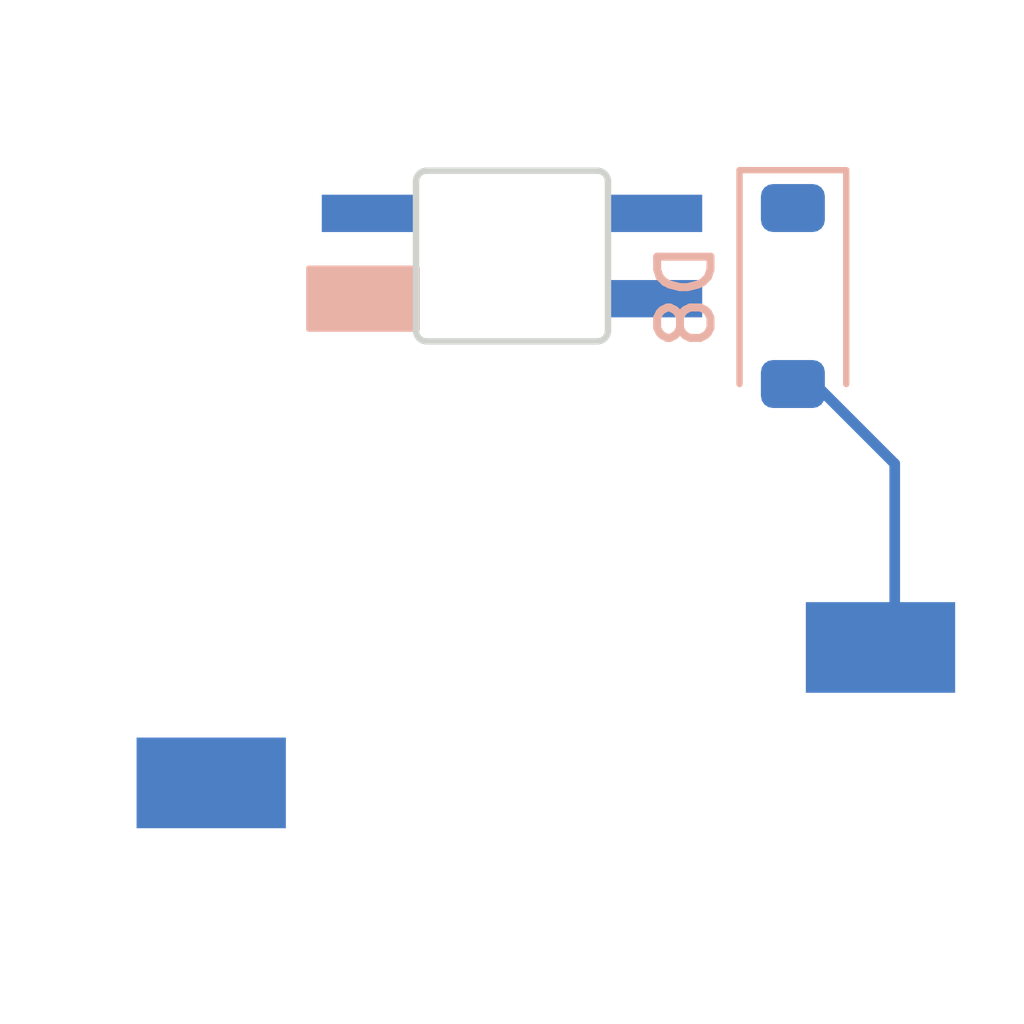
<source format=kicad_pcb>
(kicad_pcb (version 20240108) (generator "pcbnew") (generator_version "8.0")
  (layers (0 "F.Cu" signal) (31 "B.Cu" signal) (34 "B.Paste" user) (35 "F.Paste" user) (36 "B.SilkS" user "B.Silkscreen") (37 "F.SilkS" user "F.Silkscreen") (38 "B.Mask" user) (39 "F.Mask" user) (44 "Edge.Cuts" user))
  (net 0 "")
  (net 1 "/switch_col")
  (net 2 "/switch_row")
  (net 3 "/RGB_R")
  (net 4 "/RGB_B")
  (net 5 "/RGB_G")
  (net 6 "/RGB_V")
  (footprint "vladkvit_keyb:MX_RGB" (layer "F.Cu") (at 39.733 40.6)
    (property "Reference" "D9" (hide yes))
    (property "Value" "LED_ARGB" (hide yes))
    (fp_poly (pts (xy -1.778 -4.572) (xy -3.81 -4.572) (xy -3.81 -3.429) (xy -1.778 -3.429)) (stroke (width 0.1)) (fill solid) (layer "B.SilkS"))
    (fp_line (start -1.8 -3.4) (end -1.8 -6.2) (stroke (width 0.12)) (layer "Edge.Cuts"))
    (fp_line (start 1.6 -6.4) (end -1.6 -6.4) (stroke (width 0.12)) (layer "Edge.Cuts"))
    (fp_line (start 1.6 -3.2) (end -1.6 -3.2) (stroke (width 0.12)) (layer "Edge.Cuts"))
    (fp_line (start 1.8 -3.4) (end 1.8 -6.2) (stroke (width 0.12)) (layer "Edge.Cuts"))
    (fp_arc (start -1.8 -6.2) (mid -1.741421 -6.341421) (end -1.6 -6.4) (stroke (width 0.12)) (layer "Edge.Cuts"))
    (fp_arc (start -1.6 -3.2) (mid -1.741421 -3.258579) (end -1.8 -3.4) (stroke (width 0.12)) (layer "Edge.Cuts"))
    (fp_arc (start 1.6 -6.4) (mid 1.741421 -6.341421) (end 1.8 -6.2) (stroke (width 0.12)) (layer "Edge.Cuts"))
    (fp_arc (start 1.8 -3.4) (mid 1.741421 -3.258579) (end 1.6 -3.2) (stroke (width 0.12)) (layer "Edge.Cuts"))
    (pad "1" smd rect (at -2.667 -4 180) (size 1.8 0.7) (layers "B.Cu" "B.Paste" "B.Mask") (net 6 "/RGB_V"))
    (pad "2" smd rect (at 2.667 -4 180) (size 1.8 0.7) (layers "B.Cu" "B.Paste" "B.Mask") (net 3 "/RGB_R"))
    (pad "3" smd rect (at 2.667 -5.6 180) (size 1.8 0.7) (layers "B.Cu" "B.Paste" "B.Mask") (net 5 "/RGB_G"))
    (pad "4" smd rect (at -2.667 -5.6 180) (size 1.8 0.7) (layers "B.Cu" "B.Paste" "B.Mask") (net 4 "/RGB_B"))
  )
  (footprint "vladkvit_keyb:MX_switch_hotswap" (layer "F.Cu") (at 39.733 40.6)
    (property "Reference" "K4" (hide yes))
    (property "Value" "KEYSW" (hide yes))
    (pad "" np_thru_hole circle (at -5.08 0 180) (size 1.8 1.8) (drill 1.8) (layers "*.Cu" "*.Mask"))
    (pad "" np_thru_hole circle (at -2.54 5.08 180) (size 3 3) (drill 3) (layers "*.Cu" "*.Mask"))
    (pad "" np_thru_hole circle (at 0 0) (size 3.9878 3.9878) (drill 3.9878) (layers "*.Cu" "*.Mask"))
    (pad "" np_thru_hole circle (at 3.81 2.54 180) (size 3 3) (drill 3) (layers "*.Cu" "*.Mask"))
    (pad "" np_thru_hole circle (at 5.08 0 180) (size 1.8 1.8) (drill 1.8) (layers "*.Cu" "*.Mask"))
    (pad "1" smd rect (at -5.64 5.08 180) (size 2.8 1.7) (layers "B.Cu" "B.Paste" "B.Mask") (net 1 "/switch_col"))
    (pad "2" smd rect (at 6.91 2.54 180) (size 2.8 1.7) (layers "B.Cu" "B.Paste" "B.Mask"))
  )
  (footprint "Diode_SMD:D_SOD-123" (layer "B.Cu") (at 45 36.55 -90)
    (property "Reference" "D8" (at 0 2 90) (layer "B.SilkS") (effects (justify mirror)))
    (property "Value" "D")
    (fp_line (start 1.65 1) (end -2.36 1) (stroke (width 0.12)) (layer "B.SilkS"))
    (fp_line (start -2.36 -1) (end -2.36 1) (stroke (width 0.12)) (layer "B.SilkS"))
    (fp_line (start 1.65 -1) (end -2.36 -1) (stroke (width 0.12)) (layer "B.SilkS"))
    (pad "1" smd roundrect (at -1.65 0 270) (size 0.9 1.2) (layers "B.Cu" "B.Paste" "B.Mask") (net 2 "/switch_row"))
    (pad "2" smd roundrect (at 1.65 0 270) (size 0.9 1.2) (layers "B.Cu" "B.Paste" "B.Mask"))
  )
  (segment (start 46.91 39.694392) (end 45.230964 38.015356) (width 0.2) (layer "B.Cu") (net 0))
  (segment (start 46.91 42.54) (end 46.91 39.694392) (width 0.2) (layer "B.Cu") (net 0))
)
</source>
